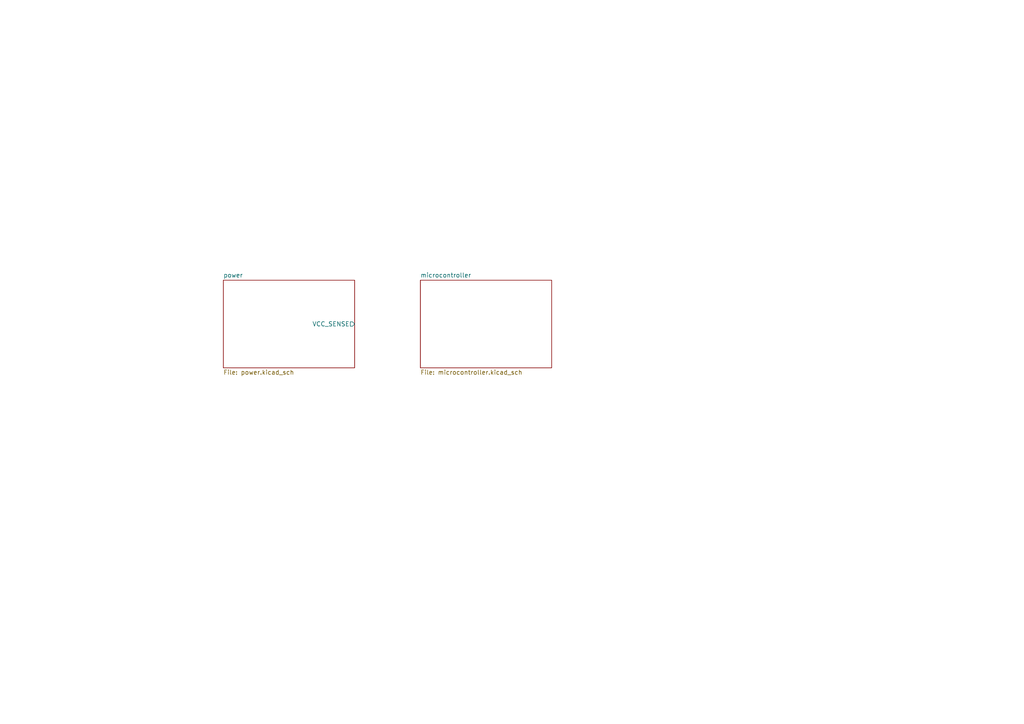
<source format=kicad_sch>
(kicad_sch
	(version 20231120)
	(generator "eeschema")
	(generator_version "8.0")
	(uuid "c6712b71-1d4c-4b1c-822a-6fd97117379c")
	(paper "A4")
	(title_block
		(title "TractionHub V1")
		(date "2024-05-22")
		(rev "0.1")
		(company "ProMez - David Mezler")
	)
	(lib_symbols)
	(sheet
		(at 64.77 81.28)
		(size 38.1 25.4)
		(fields_autoplaced yes)
		(stroke
			(width 0.1524)
			(type solid)
		)
		(fill
			(color 0 0 0 0.0000)
		)
		(uuid "1e44dbb8-8152-4baf-8714-cdec2236eb11")
		(property "Sheetname" "power"
			(at 64.77 80.5684 0)
			(effects
				(font
					(size 1.27 1.27)
				)
				(justify left bottom)
			)
		)
		(property "Sheetfile" "power.kicad_sch"
			(at 64.77 107.2646 0)
			(effects
				(font
					(size 1.27 1.27)
				)
				(justify left top)
			)
		)
		(pin "VCC_SENSE" output
			(at 102.87 93.98 0)
			(effects
				(font
					(size 1.27 1.27)
				)
				(justify right)
			)
			(uuid "496bd74c-75e1-4cfb-a53e-5378a6a46bb8")
		)
		(instances
			(project "TractionHub"
				(path "/c6712b71-1d4c-4b1c-822a-6fd97117379c"
					(page "2")
				)
			)
		)
	)
	(sheet
		(at 121.92 81.28)
		(size 38.1 25.4)
		(fields_autoplaced yes)
		(stroke
			(width 0.1524)
			(type solid)
		)
		(fill
			(color 0 0 0 0.0000)
		)
		(uuid "9047ab23-e23f-4784-8a52-b3b8ed07a438")
		(property "Sheetname" "microcontroller"
			(at 121.92 80.5684 0)
			(effects
				(font
					(size 1.27 1.27)
				)
				(justify left bottom)
			)
		)
		(property "Sheetfile" "microcontroller.kicad_sch"
			(at 121.92 107.2646 0)
			(effects
				(font
					(size 1.27 1.27)
				)
				(justify left top)
			)
		)
		(instances
			(project "TractionHub"
				(path "/c6712b71-1d4c-4b1c-822a-6fd97117379c"
					(page "3")
				)
			)
		)
	)
	(sheet_instances
		(path "/"
			(page "1")
		)
	)
)

</source>
